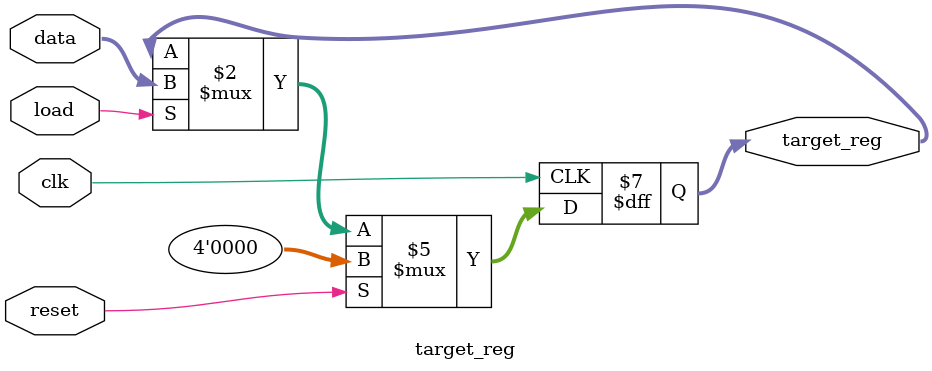
<source format=v>
module target_reg
(
	input wire clk, 
	input wire load, 
	input wire [3:0] data,
	input wire reset,
	output reg [3:0] target_reg
);

	// Reset if needed, increment or decrement if counter is not saturated
	always @ (posedge clk)
	begin
		if (reset)
			target_reg <= 4'b0000;
		else if (load)
		   target_reg <= data ;
	end

endmodule

</source>
